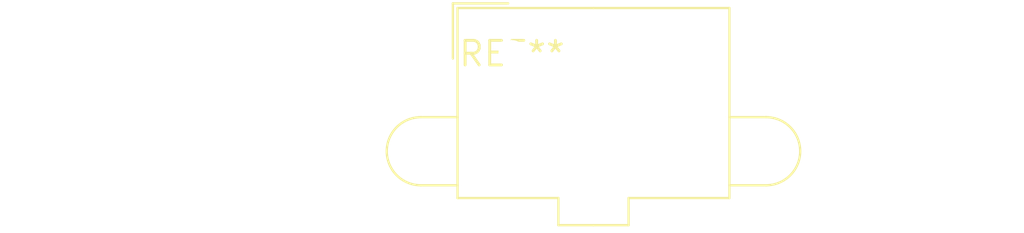
<source format=kicad_pcb>
(kicad_pcb (version 20240108) (generator pcbnew)
  (layers (0 "F.Cu" signal) (31 "B.Cu" signal) (34 "B.Paste" user) (35 "F.Paste" user) (36 "B.SilkS" user "B.Silkscreen") (37 "F.SilkS" user "F.Silkscreen") (38 "B.Mask" user) (39 "F.Mask" user) (44 "Edge.Cuts" user))
  (net 0 "")
  (footprint "Molex_Mini-Fit_Jr_5566-06A2_2x03_P4.20mm_Vertical" (layer "F.Cu") (at 0 0)
    (property "Reference" "REF**")
    (property "Value" "Molex_Mini-Fit_Jr_5566-06A2_2x03_P4.20mm_Vertical")
    (fp_line (start -4.7 3.28) (end -2.81 3.28) (layer "F.SilkS") (stroke (width 0.12)))
    (fp_line (start -4.7 6.8) (end -2.81 6.8) (layer "F.SilkS") (stroke (width 0.12)))
    (fp_line (start -3.05 -2.6) (end -3.05 0.25) (layer "F.SilkS") (stroke (width 0.12)))
    (fp_line (start -2.81 -2.36) (end -2.81 7.46) (layer "F.SilkS") (stroke (width 0.12)))
    (fp_line (start -2.81 7.46) (end 2.39 7.46) (layer "F.SilkS") (stroke (width 0.12)))
    (fp_line (start -0.2 -2.6) (end -3.05 -2.6) (layer "F.SilkS") (stroke (width 0.12)))
    (fp_line (start 2.39 7.46) (end 2.39 8.86) (layer "F.SilkS") (stroke (width 0.12)))
    (fp_line (start 2.39 8.86) (end 4.2 8.86) (layer "F.SilkS") (stroke (width 0.12)))
    (fp_line (start 4.2 -2.36) (end -2.81 -2.36) (layer "F.SilkS") (stroke (width 0.12)))
    (fp_line (start 4.2 -2.36) (end 11.21 -2.36) (layer "F.SilkS") (stroke (width 0.12)))
    (fp_line (start 6.01 7.46) (end 6.01 8.86) (layer "F.SilkS") (stroke (width 0.12)))
    (fp_line (start 6.01 8.86) (end 4.2 8.86) (layer "F.SilkS") (stroke (width 0.12)))
    (fp_line (start 11.21 -2.36) (end 11.21 7.46) (layer "F.SilkS") (stroke (width 0.12)))
    (fp_line (start 11.21 7.46) (end 6.01 7.46) (layer "F.SilkS") (stroke (width 0.12)))
    (fp_line (start 13.1 3.28) (end 11.21 3.28) (layer "F.SilkS") (stroke (width 0.12)))
    (fp_line (start 13.1 6.8) (end 11.21 6.8) (layer "F.SilkS") (stroke (width 0.12)))
    (fp_arc (start -4.7 6.8) (mid -6.46 5.04) (end -4.7 3.28) (layer "F.SilkS") (stroke (width 0.12)))
    (fp_arc (start 13.1 3.28) (mid 14.86 5.04) (end 13.1 6.8) (layer "F.SilkS") (stroke (width 0.12)))
    (pad "" np_thru_hole circle (at -4.7 5.04) (size 3 3) (drill 3) (layers *.Cu *.Mask))
    (pad "" np_thru_hole circle (at 13.1 5.04) (size 3 3) (drill 3) (layers *.Cu *.Mask))
    (pad "1" thru_hole roundrect (at 0 0) (size 2.7 3.3) (drill 1.4) (layers *.Cu *.Mask) (remove_unused_layers) (roundrect_rratio 0.092593))
    (pad "2" thru_hole oval (at 4.2 0) (size 2.7 3.3) (drill 1.4) (layers *.Cu *.Mask) (remove_unused_layers))
    (pad "3" thru_hole oval (at 8.4 0) (size 2.7 3.3) (drill 1.4) (layers *.Cu *.Mask) (remove_unused_layers))
    (pad "4" thru_hole oval (at 0 5.5) (size 2.7 3.3) (drill 1.4) (layers *.Cu *.Mask) (remove_unused_layers))
    (pad "5" thru_hole oval (at 4.2 5.5) (size 2.7 3.3) (drill 1.4) (layers *.Cu *.Mask) (remove_unused_layers))
    (pad "6" thru_hole oval (at 8.4 5.5) (size 2.7 3.3) (drill 1.4) (layers *.Cu *.Mask) (remove_unused_layers))
  )
)
</source>
